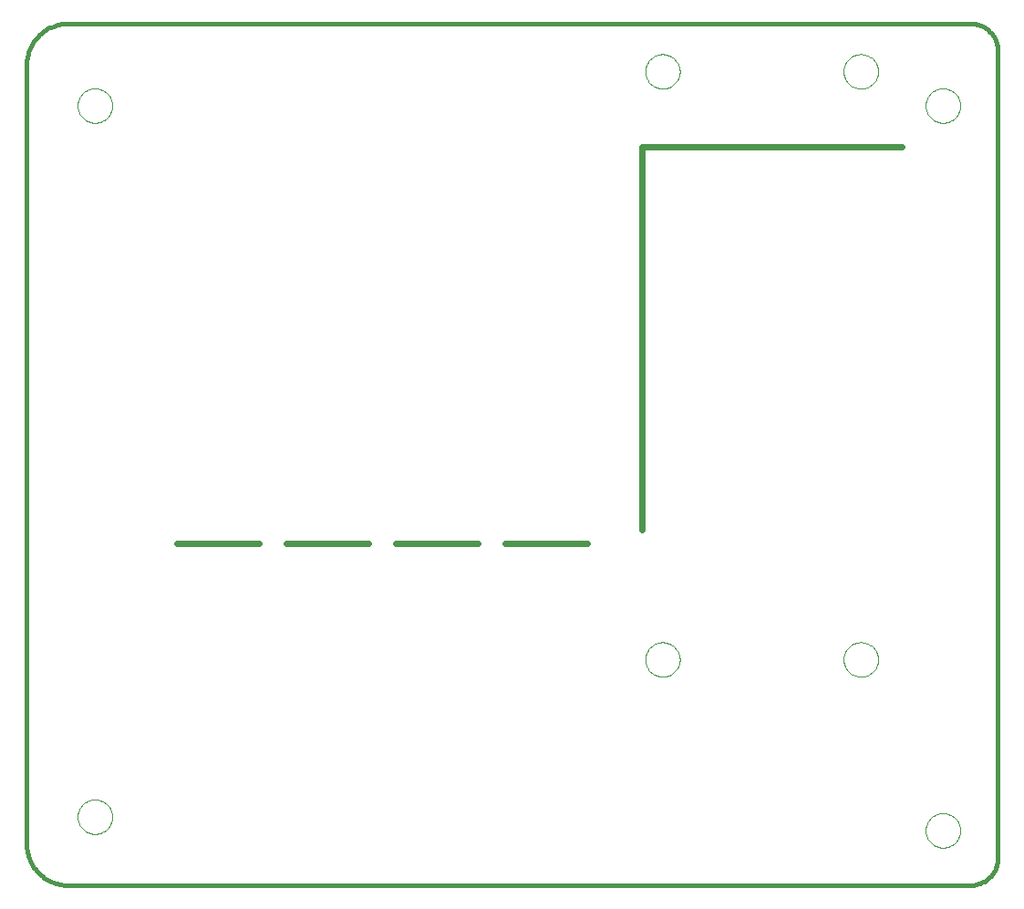
<source format=gbp>
G75*
%MOIN*%
%OFA0B0*%
%FSLAX24Y24*%
%IPPOS*%
%LPD*%
%AMOC8*
5,1,8,0,0,1.08239X$1,22.5*
%
%ADD10C,0.0000*%
%ADD11C,0.0160*%
%ADD12C,0.0240*%
D10*
X002050Y002680D02*
X002052Y002730D01*
X002058Y002780D01*
X002068Y002829D01*
X002082Y002877D01*
X002099Y002924D01*
X002120Y002969D01*
X002145Y003013D01*
X002173Y003054D01*
X002205Y003093D01*
X002239Y003130D01*
X002276Y003164D01*
X002316Y003194D01*
X002358Y003221D01*
X002402Y003245D01*
X002448Y003266D01*
X002495Y003282D01*
X002543Y003295D01*
X002593Y003304D01*
X002642Y003309D01*
X002693Y003310D01*
X002743Y003307D01*
X002792Y003300D01*
X002841Y003289D01*
X002889Y003274D01*
X002935Y003256D01*
X002980Y003234D01*
X003023Y003208D01*
X003064Y003179D01*
X003103Y003147D01*
X003139Y003112D01*
X003171Y003074D01*
X003201Y003034D01*
X003228Y002991D01*
X003251Y002947D01*
X003270Y002901D01*
X003286Y002853D01*
X003298Y002804D01*
X003306Y002755D01*
X003310Y002705D01*
X003310Y002655D01*
X003306Y002605D01*
X003298Y002556D01*
X003286Y002507D01*
X003270Y002459D01*
X003251Y002413D01*
X003228Y002369D01*
X003201Y002326D01*
X003171Y002286D01*
X003139Y002248D01*
X003103Y002213D01*
X003064Y002181D01*
X003023Y002152D01*
X002980Y002126D01*
X002935Y002104D01*
X002889Y002086D01*
X002841Y002071D01*
X002792Y002060D01*
X002743Y002053D01*
X002693Y002050D01*
X002642Y002051D01*
X002593Y002056D01*
X002543Y002065D01*
X002495Y002078D01*
X002448Y002094D01*
X002402Y002115D01*
X002358Y002139D01*
X002316Y002166D01*
X002276Y002196D01*
X002239Y002230D01*
X002205Y002267D01*
X002173Y002306D01*
X002145Y002347D01*
X002120Y002391D01*
X002099Y002436D01*
X002082Y002483D01*
X002068Y002531D01*
X002058Y002580D01*
X002052Y002630D01*
X002050Y002680D01*
X022800Y008430D02*
X022802Y008480D01*
X022808Y008530D01*
X022818Y008579D01*
X022832Y008627D01*
X022849Y008674D01*
X022870Y008719D01*
X022895Y008763D01*
X022923Y008804D01*
X022955Y008843D01*
X022989Y008880D01*
X023026Y008914D01*
X023066Y008944D01*
X023108Y008971D01*
X023152Y008995D01*
X023198Y009016D01*
X023245Y009032D01*
X023293Y009045D01*
X023343Y009054D01*
X023392Y009059D01*
X023443Y009060D01*
X023493Y009057D01*
X023542Y009050D01*
X023591Y009039D01*
X023639Y009024D01*
X023685Y009006D01*
X023730Y008984D01*
X023773Y008958D01*
X023814Y008929D01*
X023853Y008897D01*
X023889Y008862D01*
X023921Y008824D01*
X023951Y008784D01*
X023978Y008741D01*
X024001Y008697D01*
X024020Y008651D01*
X024036Y008603D01*
X024048Y008554D01*
X024056Y008505D01*
X024060Y008455D01*
X024060Y008405D01*
X024056Y008355D01*
X024048Y008306D01*
X024036Y008257D01*
X024020Y008209D01*
X024001Y008163D01*
X023978Y008119D01*
X023951Y008076D01*
X023921Y008036D01*
X023889Y007998D01*
X023853Y007963D01*
X023814Y007931D01*
X023773Y007902D01*
X023730Y007876D01*
X023685Y007854D01*
X023639Y007836D01*
X023591Y007821D01*
X023542Y007810D01*
X023493Y007803D01*
X023443Y007800D01*
X023392Y007801D01*
X023343Y007806D01*
X023293Y007815D01*
X023245Y007828D01*
X023198Y007844D01*
X023152Y007865D01*
X023108Y007889D01*
X023066Y007916D01*
X023026Y007946D01*
X022989Y007980D01*
X022955Y008017D01*
X022923Y008056D01*
X022895Y008097D01*
X022870Y008141D01*
X022849Y008186D01*
X022832Y008233D01*
X022818Y008281D01*
X022808Y008330D01*
X022802Y008380D01*
X022800Y008430D01*
X030050Y008430D02*
X030052Y008480D01*
X030058Y008530D01*
X030068Y008579D01*
X030082Y008627D01*
X030099Y008674D01*
X030120Y008719D01*
X030145Y008763D01*
X030173Y008804D01*
X030205Y008843D01*
X030239Y008880D01*
X030276Y008914D01*
X030316Y008944D01*
X030358Y008971D01*
X030402Y008995D01*
X030448Y009016D01*
X030495Y009032D01*
X030543Y009045D01*
X030593Y009054D01*
X030642Y009059D01*
X030693Y009060D01*
X030743Y009057D01*
X030792Y009050D01*
X030841Y009039D01*
X030889Y009024D01*
X030935Y009006D01*
X030980Y008984D01*
X031023Y008958D01*
X031064Y008929D01*
X031103Y008897D01*
X031139Y008862D01*
X031171Y008824D01*
X031201Y008784D01*
X031228Y008741D01*
X031251Y008697D01*
X031270Y008651D01*
X031286Y008603D01*
X031298Y008554D01*
X031306Y008505D01*
X031310Y008455D01*
X031310Y008405D01*
X031306Y008355D01*
X031298Y008306D01*
X031286Y008257D01*
X031270Y008209D01*
X031251Y008163D01*
X031228Y008119D01*
X031201Y008076D01*
X031171Y008036D01*
X031139Y007998D01*
X031103Y007963D01*
X031064Y007931D01*
X031023Y007902D01*
X030980Y007876D01*
X030935Y007854D01*
X030889Y007836D01*
X030841Y007821D01*
X030792Y007810D01*
X030743Y007803D01*
X030693Y007800D01*
X030642Y007801D01*
X030593Y007806D01*
X030543Y007815D01*
X030495Y007828D01*
X030448Y007844D01*
X030402Y007865D01*
X030358Y007889D01*
X030316Y007916D01*
X030276Y007946D01*
X030239Y007980D01*
X030205Y008017D01*
X030173Y008056D01*
X030145Y008097D01*
X030120Y008141D01*
X030099Y008186D01*
X030082Y008233D01*
X030068Y008281D01*
X030058Y008330D01*
X030052Y008380D01*
X030050Y008430D01*
X033050Y002180D02*
X033052Y002230D01*
X033058Y002280D01*
X033068Y002329D01*
X033082Y002377D01*
X033099Y002424D01*
X033120Y002469D01*
X033145Y002513D01*
X033173Y002554D01*
X033205Y002593D01*
X033239Y002630D01*
X033276Y002664D01*
X033316Y002694D01*
X033358Y002721D01*
X033402Y002745D01*
X033448Y002766D01*
X033495Y002782D01*
X033543Y002795D01*
X033593Y002804D01*
X033642Y002809D01*
X033693Y002810D01*
X033743Y002807D01*
X033792Y002800D01*
X033841Y002789D01*
X033889Y002774D01*
X033935Y002756D01*
X033980Y002734D01*
X034023Y002708D01*
X034064Y002679D01*
X034103Y002647D01*
X034139Y002612D01*
X034171Y002574D01*
X034201Y002534D01*
X034228Y002491D01*
X034251Y002447D01*
X034270Y002401D01*
X034286Y002353D01*
X034298Y002304D01*
X034306Y002255D01*
X034310Y002205D01*
X034310Y002155D01*
X034306Y002105D01*
X034298Y002056D01*
X034286Y002007D01*
X034270Y001959D01*
X034251Y001913D01*
X034228Y001869D01*
X034201Y001826D01*
X034171Y001786D01*
X034139Y001748D01*
X034103Y001713D01*
X034064Y001681D01*
X034023Y001652D01*
X033980Y001626D01*
X033935Y001604D01*
X033889Y001586D01*
X033841Y001571D01*
X033792Y001560D01*
X033743Y001553D01*
X033693Y001550D01*
X033642Y001551D01*
X033593Y001556D01*
X033543Y001565D01*
X033495Y001578D01*
X033448Y001594D01*
X033402Y001615D01*
X033358Y001639D01*
X033316Y001666D01*
X033276Y001696D01*
X033239Y001730D01*
X033205Y001767D01*
X033173Y001806D01*
X033145Y001847D01*
X033120Y001891D01*
X033099Y001936D01*
X033082Y001983D01*
X033068Y002031D01*
X033058Y002080D01*
X033052Y002130D01*
X033050Y002180D01*
X034300Y000180D02*
X034680Y000180D01*
X033050Y028680D02*
X033052Y028730D01*
X033058Y028780D01*
X033068Y028829D01*
X033082Y028877D01*
X033099Y028924D01*
X033120Y028969D01*
X033145Y029013D01*
X033173Y029054D01*
X033205Y029093D01*
X033239Y029130D01*
X033276Y029164D01*
X033316Y029194D01*
X033358Y029221D01*
X033402Y029245D01*
X033448Y029266D01*
X033495Y029282D01*
X033543Y029295D01*
X033593Y029304D01*
X033642Y029309D01*
X033693Y029310D01*
X033743Y029307D01*
X033792Y029300D01*
X033841Y029289D01*
X033889Y029274D01*
X033935Y029256D01*
X033980Y029234D01*
X034023Y029208D01*
X034064Y029179D01*
X034103Y029147D01*
X034139Y029112D01*
X034171Y029074D01*
X034201Y029034D01*
X034228Y028991D01*
X034251Y028947D01*
X034270Y028901D01*
X034286Y028853D01*
X034298Y028804D01*
X034306Y028755D01*
X034310Y028705D01*
X034310Y028655D01*
X034306Y028605D01*
X034298Y028556D01*
X034286Y028507D01*
X034270Y028459D01*
X034251Y028413D01*
X034228Y028369D01*
X034201Y028326D01*
X034171Y028286D01*
X034139Y028248D01*
X034103Y028213D01*
X034064Y028181D01*
X034023Y028152D01*
X033980Y028126D01*
X033935Y028104D01*
X033889Y028086D01*
X033841Y028071D01*
X033792Y028060D01*
X033743Y028053D01*
X033693Y028050D01*
X033642Y028051D01*
X033593Y028056D01*
X033543Y028065D01*
X033495Y028078D01*
X033448Y028094D01*
X033402Y028115D01*
X033358Y028139D01*
X033316Y028166D01*
X033276Y028196D01*
X033239Y028230D01*
X033205Y028267D01*
X033173Y028306D01*
X033145Y028347D01*
X033120Y028391D01*
X033099Y028436D01*
X033082Y028483D01*
X033068Y028531D01*
X033058Y028580D01*
X033052Y028630D01*
X033050Y028680D01*
X030050Y029930D02*
X030052Y029980D01*
X030058Y030030D01*
X030068Y030079D01*
X030082Y030127D01*
X030099Y030174D01*
X030120Y030219D01*
X030145Y030263D01*
X030173Y030304D01*
X030205Y030343D01*
X030239Y030380D01*
X030276Y030414D01*
X030316Y030444D01*
X030358Y030471D01*
X030402Y030495D01*
X030448Y030516D01*
X030495Y030532D01*
X030543Y030545D01*
X030593Y030554D01*
X030642Y030559D01*
X030693Y030560D01*
X030743Y030557D01*
X030792Y030550D01*
X030841Y030539D01*
X030889Y030524D01*
X030935Y030506D01*
X030980Y030484D01*
X031023Y030458D01*
X031064Y030429D01*
X031103Y030397D01*
X031139Y030362D01*
X031171Y030324D01*
X031201Y030284D01*
X031228Y030241D01*
X031251Y030197D01*
X031270Y030151D01*
X031286Y030103D01*
X031298Y030054D01*
X031306Y030005D01*
X031310Y029955D01*
X031310Y029905D01*
X031306Y029855D01*
X031298Y029806D01*
X031286Y029757D01*
X031270Y029709D01*
X031251Y029663D01*
X031228Y029619D01*
X031201Y029576D01*
X031171Y029536D01*
X031139Y029498D01*
X031103Y029463D01*
X031064Y029431D01*
X031023Y029402D01*
X030980Y029376D01*
X030935Y029354D01*
X030889Y029336D01*
X030841Y029321D01*
X030792Y029310D01*
X030743Y029303D01*
X030693Y029300D01*
X030642Y029301D01*
X030593Y029306D01*
X030543Y029315D01*
X030495Y029328D01*
X030448Y029344D01*
X030402Y029365D01*
X030358Y029389D01*
X030316Y029416D01*
X030276Y029446D01*
X030239Y029480D01*
X030205Y029517D01*
X030173Y029556D01*
X030145Y029597D01*
X030120Y029641D01*
X030099Y029686D01*
X030082Y029733D01*
X030068Y029781D01*
X030058Y029830D01*
X030052Y029880D01*
X030050Y029930D01*
X022800Y029930D02*
X022802Y029980D01*
X022808Y030030D01*
X022818Y030079D01*
X022832Y030127D01*
X022849Y030174D01*
X022870Y030219D01*
X022895Y030263D01*
X022923Y030304D01*
X022955Y030343D01*
X022989Y030380D01*
X023026Y030414D01*
X023066Y030444D01*
X023108Y030471D01*
X023152Y030495D01*
X023198Y030516D01*
X023245Y030532D01*
X023293Y030545D01*
X023343Y030554D01*
X023392Y030559D01*
X023443Y030560D01*
X023493Y030557D01*
X023542Y030550D01*
X023591Y030539D01*
X023639Y030524D01*
X023685Y030506D01*
X023730Y030484D01*
X023773Y030458D01*
X023814Y030429D01*
X023853Y030397D01*
X023889Y030362D01*
X023921Y030324D01*
X023951Y030284D01*
X023978Y030241D01*
X024001Y030197D01*
X024020Y030151D01*
X024036Y030103D01*
X024048Y030054D01*
X024056Y030005D01*
X024060Y029955D01*
X024060Y029905D01*
X024056Y029855D01*
X024048Y029806D01*
X024036Y029757D01*
X024020Y029709D01*
X024001Y029663D01*
X023978Y029619D01*
X023951Y029576D01*
X023921Y029536D01*
X023889Y029498D01*
X023853Y029463D01*
X023814Y029431D01*
X023773Y029402D01*
X023730Y029376D01*
X023685Y029354D01*
X023639Y029336D01*
X023591Y029321D01*
X023542Y029310D01*
X023493Y029303D01*
X023443Y029300D01*
X023392Y029301D01*
X023343Y029306D01*
X023293Y029315D01*
X023245Y029328D01*
X023198Y029344D01*
X023152Y029365D01*
X023108Y029389D01*
X023066Y029416D01*
X023026Y029446D01*
X022989Y029480D01*
X022955Y029517D01*
X022923Y029556D01*
X022895Y029597D01*
X022870Y029641D01*
X022849Y029686D01*
X022832Y029733D01*
X022818Y029781D01*
X022808Y029830D01*
X022802Y029880D01*
X022800Y029930D01*
X002050Y028680D02*
X002052Y028730D01*
X002058Y028780D01*
X002068Y028829D01*
X002082Y028877D01*
X002099Y028924D01*
X002120Y028969D01*
X002145Y029013D01*
X002173Y029054D01*
X002205Y029093D01*
X002239Y029130D01*
X002276Y029164D01*
X002316Y029194D01*
X002358Y029221D01*
X002402Y029245D01*
X002448Y029266D01*
X002495Y029282D01*
X002543Y029295D01*
X002593Y029304D01*
X002642Y029309D01*
X002693Y029310D01*
X002743Y029307D01*
X002792Y029300D01*
X002841Y029289D01*
X002889Y029274D01*
X002935Y029256D01*
X002980Y029234D01*
X003023Y029208D01*
X003064Y029179D01*
X003103Y029147D01*
X003139Y029112D01*
X003171Y029074D01*
X003201Y029034D01*
X003228Y028991D01*
X003251Y028947D01*
X003270Y028901D01*
X003286Y028853D01*
X003298Y028804D01*
X003306Y028755D01*
X003310Y028705D01*
X003310Y028655D01*
X003306Y028605D01*
X003298Y028556D01*
X003286Y028507D01*
X003270Y028459D01*
X003251Y028413D01*
X003228Y028369D01*
X003201Y028326D01*
X003171Y028286D01*
X003139Y028248D01*
X003103Y028213D01*
X003064Y028181D01*
X003023Y028152D01*
X002980Y028126D01*
X002935Y028104D01*
X002889Y028086D01*
X002841Y028071D01*
X002792Y028060D01*
X002743Y028053D01*
X002693Y028050D01*
X002642Y028051D01*
X002593Y028056D01*
X002543Y028065D01*
X002495Y028078D01*
X002448Y028094D01*
X002402Y028115D01*
X002358Y028139D01*
X002316Y028166D01*
X002276Y028196D01*
X002239Y028230D01*
X002205Y028267D01*
X002173Y028306D01*
X002145Y028347D01*
X002120Y028391D01*
X002099Y028436D01*
X002082Y028483D01*
X002068Y028531D01*
X002058Y028580D01*
X002052Y028630D01*
X002050Y028680D01*
D11*
X001680Y000180D02*
X034680Y000180D01*
X034740Y000182D01*
X034801Y000187D01*
X034860Y000196D01*
X034919Y000209D01*
X034978Y000225D01*
X035035Y000245D01*
X035090Y000268D01*
X035145Y000295D01*
X035197Y000324D01*
X035248Y000357D01*
X035297Y000393D01*
X035343Y000431D01*
X035387Y000473D01*
X035429Y000517D01*
X035467Y000563D01*
X035503Y000612D01*
X035536Y000663D01*
X035565Y000715D01*
X035592Y000770D01*
X035615Y000825D01*
X035635Y000882D01*
X035651Y000941D01*
X035664Y001000D01*
X035673Y001059D01*
X035678Y001120D01*
X035680Y001180D01*
X035680Y030680D01*
X035678Y030740D01*
X035673Y030801D01*
X035664Y030860D01*
X035651Y030919D01*
X035635Y030978D01*
X035615Y031035D01*
X035592Y031090D01*
X035565Y031145D01*
X035536Y031197D01*
X035503Y031248D01*
X035467Y031297D01*
X035429Y031343D01*
X035387Y031387D01*
X035343Y031429D01*
X035297Y031467D01*
X035248Y031503D01*
X035197Y031536D01*
X035145Y031565D01*
X035090Y031592D01*
X035035Y031615D01*
X034978Y031635D01*
X034919Y031651D01*
X034860Y031664D01*
X034801Y031673D01*
X034740Y031678D01*
X034680Y031680D01*
X001680Y031680D01*
X001604Y031678D01*
X001528Y031672D01*
X001453Y031663D01*
X001378Y031649D01*
X001304Y031632D01*
X001231Y031611D01*
X001159Y031587D01*
X001088Y031558D01*
X001019Y031527D01*
X000952Y031492D01*
X000887Y031453D01*
X000823Y031411D01*
X000762Y031366D01*
X000703Y031318D01*
X000647Y031267D01*
X000593Y031213D01*
X000542Y031157D01*
X000494Y031098D01*
X000449Y031037D01*
X000407Y030973D01*
X000368Y030908D01*
X000333Y030841D01*
X000302Y030772D01*
X000273Y030701D01*
X000249Y030629D01*
X000228Y030556D01*
X000211Y030482D01*
X000197Y030407D01*
X000188Y030332D01*
X000182Y030256D01*
X000180Y030180D01*
X000180Y001680D01*
X000182Y001604D01*
X000188Y001528D01*
X000197Y001453D01*
X000211Y001378D01*
X000228Y001304D01*
X000249Y001231D01*
X000273Y001159D01*
X000302Y001088D01*
X000333Y001019D01*
X000368Y000952D01*
X000407Y000887D01*
X000449Y000823D01*
X000494Y000762D01*
X000542Y000703D01*
X000593Y000647D01*
X000647Y000593D01*
X000703Y000542D01*
X000762Y000494D01*
X000823Y000449D01*
X000887Y000407D01*
X000952Y000368D01*
X001019Y000333D01*
X001088Y000302D01*
X001159Y000273D01*
X001231Y000249D01*
X001304Y000228D01*
X001378Y000211D01*
X001453Y000197D01*
X001528Y000188D01*
X001604Y000182D01*
X001680Y000180D01*
D12*
X005680Y012680D02*
X008680Y012680D01*
X009680Y012680D02*
X012680Y012680D01*
X013680Y012680D02*
X016680Y012680D01*
X017680Y012680D02*
X020680Y012680D01*
X022680Y013180D02*
X022680Y027180D01*
X032180Y027180D01*
M02*

</source>
